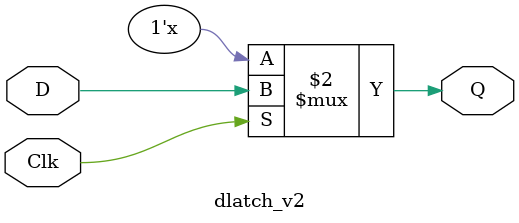
<source format=v>
module dlatch_v2(
	input Clk,
	input D, 
	output reg Q
	);
	
	always @(*) begin
		if(Clk)
			Q <= D;
	end
	
endmodule
</source>
